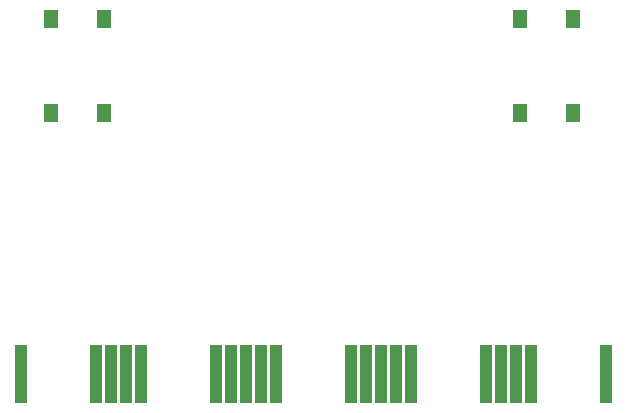
<source format=gbp>
G04*
G04 #@! TF.GenerationSoftware,Altium Limited,Altium Designer,24.1.2 (44)*
G04*
G04 Layer_Color=128*
%FSLAX43Y43*%
%MOMM*%
G71*
G04*
G04 #@! TF.SameCoordinates,A9818493-9DB4-4393-B726-FC6D1410B1DB*
G04*
G04*
G04 #@! TF.FilePolarity,Positive*
G04*
G01*
G75*
%ADD30R,1.000X5.000*%
%ADD83R,1.300X1.550*%
D30*
X17745Y2450D02*
D03*
X11395D02*
D03*
X1235D02*
D03*
X10125D02*
D03*
X7585D02*
D03*
X8855D02*
D03*
X19015D02*
D03*
X21555D02*
D03*
X22825D02*
D03*
X20285D02*
D03*
X30445D02*
D03*
X29175D02*
D03*
X32985D02*
D03*
X34255D02*
D03*
X31715D02*
D03*
X41875D02*
D03*
X43145D02*
D03*
X40605D02*
D03*
X50765D02*
D03*
X44415D02*
D03*
D83*
X3750Y32475D02*
D03*
X8250D02*
D03*
X3750Y24525D02*
D03*
X8250D02*
D03*
X43500Y32475D02*
D03*
X48000D02*
D03*
X43500Y24525D02*
D03*
X48000D02*
D03*
M02*

</source>
